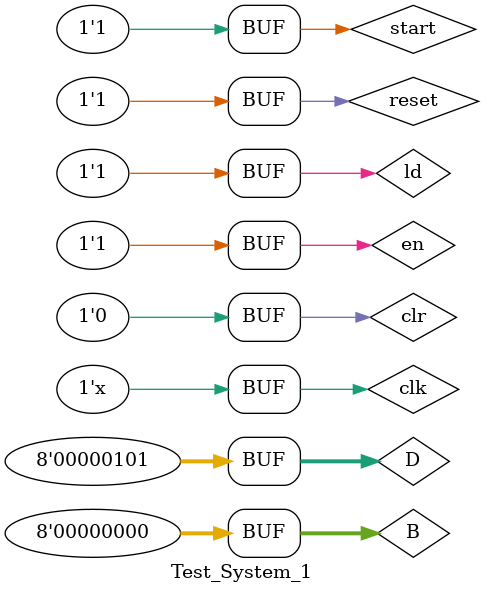
<source format=v>
`timescale 1ns / 1ps

module Test_System_1();
reg [7:0]D,B;
reg clk,clr,reset,ld,en,start;
wire [15:0]out1,out2,result;

System_1 UUT(D,B,clk,clr,reset,ld,en,out1,out2,result,start);

initial begin
    D=0;B=0;clk=0;clr=1;reset=0;ld=0;en=0;start=1;
    #100;
    D=0;B=0;clk=1;clr=0;reset=0;ld=1;en=1;start=1;
    #10;
    D=3;B=4;clk=1;clr=0;reset=0;ld=1;en=1;start=1;
    #10;
    D=0;B=0;clk=1;clr=0;reset=0;ld=1;en=1;start=1;
    #10;
    D=9;B=3;clk=1;clr=0;reset=1;ld=1;en=1;start=1;
    #10;
    D=5;B=0;clk=1;clr=0;reset=1;ld=1;en=1;start=1;
    
end
always #5 clk = ~clk;
endmodule

</source>
